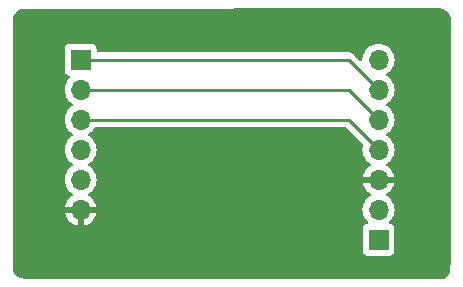
<source format=gbr>
%TF.GenerationSoftware,KiCad,Pcbnew,7.0.7*%
%TF.CreationDate,2024-04-13T21:05:36-07:00*%
%TF.ProjectId,SD-Breakout,53442d42-7265-4616-9b6f-75742e6b6963,rev?*%
%TF.SameCoordinates,Original*%
%TF.FileFunction,Copper,L1,Top*%
%TF.FilePolarity,Positive*%
%FSLAX46Y46*%
G04 Gerber Fmt 4.6, Leading zero omitted, Abs format (unit mm)*
G04 Created by KiCad (PCBNEW 7.0.7) date 2024-04-13 21:05:36*
%MOMM*%
%LPD*%
G01*
G04 APERTURE LIST*
%TA.AperFunction,ComponentPad*%
%ADD10R,1.700000X1.700000*%
%TD*%
%TA.AperFunction,ComponentPad*%
%ADD11O,1.700000X1.700000*%
%TD*%
%TA.AperFunction,Conductor*%
%ADD12C,0.250000*%
%TD*%
G04 APERTURE END LIST*
D10*
%TO.P,J2,1,Pin_1*%
%TO.N,/3.3V*%
X147574000Y-73660000D03*
D11*
%TO.P,J2,2,Pin_2*%
%TO.N,unconnected-(J2-Pin_2-Pad2)*%
X147574000Y-71120000D03*
%TO.P,J2,3,Pin_3*%
%TO.N,GND*%
X147574000Y-68580000D03*
%TO.P,J2,4,Pin_4*%
%TO.N,/CLK*%
X147574000Y-66040000D03*
%TO.P,J2,5,Pin_5*%
%TO.N,/MISO*%
X147574000Y-63500000D03*
%TO.P,J2,6,Pin_6*%
%TO.N,/MOSI*%
X147574000Y-60960000D03*
%TO.P,J2,7,Pin_7*%
%TO.N,/CS*%
X147574000Y-58420000D03*
%TD*%
D10*
%TO.P,J1,1,Pin_1*%
%TO.N,/MOSI*%
X122350000Y-58420000D03*
D11*
%TO.P,J1,2,Pin_2*%
%TO.N,/MISO*%
X122350000Y-60960000D03*
%TO.P,J1,3,Pin_3*%
%TO.N,/CLK*%
X122350000Y-63500000D03*
%TO.P,J1,4,Pin_4*%
%TO.N,/CS*%
X122350000Y-66040000D03*
%TO.P,J1,5,Pin_5*%
%TO.N,/3.3V*%
X122350000Y-68580000D03*
%TO.P,J1,6,Pin_6*%
%TO.N,GND*%
X122350000Y-71120000D03*
%TD*%
D12*
%TO.N,/MOSI*%
X122350000Y-58420000D02*
X145034000Y-58420000D01*
X145034000Y-58420000D02*
X147574000Y-60960000D01*
%TO.N,/MISO*%
X145034000Y-60960000D02*
X147574000Y-63500000D01*
X122350000Y-60960000D02*
X145034000Y-60960000D01*
%TO.N,/CLK*%
X122350000Y-63500000D02*
X145034000Y-63500000D01*
X145034000Y-63500000D02*
X147574000Y-66040000D01*
%TD*%
%TA.AperFunction,Conductor*%
%TO.N,GND*%
G36*
X152700302Y-54059158D02*
G01*
X152743055Y-54062897D01*
X152872306Y-54075626D01*
X152892229Y-54079250D01*
X152959813Y-54097358D01*
X153054962Y-54126220D01*
X153071367Y-54132497D01*
X153139817Y-54164415D01*
X153142834Y-54165923D01*
X153228395Y-54211655D01*
X153234714Y-54215537D01*
X153301881Y-54262568D01*
X153305635Y-54265415D01*
X153358751Y-54309006D01*
X153379233Y-54325815D01*
X153383733Y-54329893D01*
X153442104Y-54388264D01*
X153446183Y-54392765D01*
X153506573Y-54466350D01*
X153509435Y-54470123D01*
X153556456Y-54537276D01*
X153560348Y-54543612D01*
X153606079Y-54629171D01*
X153607591Y-54632196D01*
X153639500Y-54700627D01*
X153645779Y-54717036D01*
X153664661Y-54779282D01*
X153670000Y-54815277D01*
X153670000Y-75706511D01*
X153669607Y-75894290D01*
X153669500Y-75894651D01*
X153669500Y-75943601D01*
X153669315Y-75948389D01*
X153667013Y-75978119D01*
X153650575Y-76154877D01*
X153649181Y-76163391D01*
X153631227Y-76239447D01*
X153630502Y-76242229D01*
X153595078Y-76366262D01*
X153592890Y-76372605D01*
X153560568Y-76452052D01*
X153558592Y-76456417D01*
X153503487Y-76566628D01*
X153501180Y-76570828D01*
X153457021Y-76644342D01*
X153453261Y-76649898D01*
X153375274Y-76752677D01*
X153373483Y-76754926D01*
X153323430Y-76814900D01*
X153317456Y-76821123D01*
X153197990Y-76929383D01*
X153135096Y-76959814D01*
X153114724Y-76961499D01*
X117604705Y-76961499D01*
X117599303Y-76961263D01*
X117572473Y-76958916D01*
X117556484Y-76957517D01*
X117427282Y-76944791D01*
X117407344Y-76941163D01*
X117339758Y-76923054D01*
X117244624Y-76894196D01*
X117228215Y-76887917D01*
X117183632Y-76867128D01*
X117159751Y-76855992D01*
X117156737Y-76854485D01*
X117071196Y-76808762D01*
X117064862Y-76804871D01*
X116997707Y-76757849D01*
X116993942Y-76754992D01*
X116920346Y-76694593D01*
X116915845Y-76690514D01*
X116857483Y-76632152D01*
X116853405Y-76627652D01*
X116793002Y-76554051D01*
X116790156Y-76550300D01*
X116743122Y-76483128D01*
X116739242Y-76476812D01*
X116693498Y-76391232D01*
X116692021Y-76388278D01*
X116660079Y-76319778D01*
X116653806Y-76303384D01*
X116624945Y-76208241D01*
X116624662Y-76207185D01*
X116606834Y-76140649D01*
X116603208Y-76120724D01*
X116590482Y-75991516D01*
X116586733Y-75948670D01*
X116586500Y-75943317D01*
X116586500Y-68580000D01*
X120994341Y-68580000D01*
X121014936Y-68815403D01*
X121014938Y-68815413D01*
X121076094Y-69043655D01*
X121076096Y-69043659D01*
X121076097Y-69043663D01*
X121175847Y-69257578D01*
X121175965Y-69257830D01*
X121175967Y-69257834D01*
X121311501Y-69451395D01*
X121311506Y-69451402D01*
X121478597Y-69618493D01*
X121478603Y-69618498D01*
X121664594Y-69748730D01*
X121708219Y-69803307D01*
X121715413Y-69872805D01*
X121683890Y-69935160D01*
X121664595Y-69951880D01*
X121478922Y-70081890D01*
X121478920Y-70081891D01*
X121311891Y-70248920D01*
X121311886Y-70248926D01*
X121176400Y-70442420D01*
X121176399Y-70442422D01*
X121076570Y-70656507D01*
X121076567Y-70656513D01*
X121019364Y-70869999D01*
X121019364Y-70870000D01*
X121736653Y-70870000D01*
X121803692Y-70889685D01*
X121849447Y-70942489D01*
X121859391Y-71011647D01*
X121855631Y-71028933D01*
X121850000Y-71048111D01*
X121850000Y-71191888D01*
X121855631Y-71211067D01*
X121855630Y-71280936D01*
X121817855Y-71339714D01*
X121754299Y-71368738D01*
X121736653Y-71370000D01*
X121019364Y-71370000D01*
X121076567Y-71583486D01*
X121076570Y-71583492D01*
X121176399Y-71797578D01*
X121311894Y-71991082D01*
X121478917Y-72158105D01*
X121672421Y-72293600D01*
X121886507Y-72393429D01*
X121886516Y-72393433D01*
X122099998Y-72450635D01*
X122099998Y-71732300D01*
X122119682Y-71665261D01*
X122172486Y-71619506D01*
X122241642Y-71609562D01*
X122314237Y-71620000D01*
X122314240Y-71620000D01*
X122385762Y-71620000D01*
X122385763Y-71620000D01*
X122458353Y-71609563D01*
X122527512Y-71619507D01*
X122580315Y-71665262D01*
X122600000Y-71732301D01*
X122599999Y-72450633D01*
X122813483Y-72393433D01*
X122813492Y-72393429D01*
X123027578Y-72293600D01*
X123221082Y-72158105D01*
X123388105Y-71991082D01*
X123523600Y-71797578D01*
X123623429Y-71583492D01*
X123623432Y-71583486D01*
X123680636Y-71370000D01*
X122963347Y-71370000D01*
X122896308Y-71350315D01*
X122850553Y-71297511D01*
X122840609Y-71228353D01*
X122844369Y-71211067D01*
X122850000Y-71191888D01*
X122850000Y-71048111D01*
X122844369Y-71028933D01*
X122844370Y-70959064D01*
X122882145Y-70900286D01*
X122945701Y-70871262D01*
X122963347Y-70870000D01*
X123680636Y-70870000D01*
X123680635Y-70869999D01*
X123623432Y-70656513D01*
X123623429Y-70656507D01*
X123523600Y-70442422D01*
X123523599Y-70442420D01*
X123388113Y-70248926D01*
X123388108Y-70248920D01*
X123221078Y-70081890D01*
X123035405Y-69951879D01*
X122991780Y-69897302D01*
X122984588Y-69827804D01*
X123016110Y-69765449D01*
X123035406Y-69748730D01*
X123036279Y-69748119D01*
X123221401Y-69618495D01*
X123388495Y-69451401D01*
X123524035Y-69257830D01*
X123623903Y-69043663D01*
X123685063Y-68815408D01*
X123705659Y-68580000D01*
X123685063Y-68344592D01*
X123623903Y-68116337D01*
X123524035Y-67902171D01*
X123388495Y-67708599D01*
X123388494Y-67708597D01*
X123221402Y-67541506D01*
X123221396Y-67541501D01*
X123035842Y-67411575D01*
X122992217Y-67356998D01*
X122985023Y-67287500D01*
X123016546Y-67225145D01*
X123035842Y-67208425D01*
X123058026Y-67192891D01*
X123221401Y-67078495D01*
X123388495Y-66911401D01*
X123524035Y-66717830D01*
X123623903Y-66503663D01*
X123685063Y-66275408D01*
X123705659Y-66040000D01*
X123685063Y-65804592D01*
X123623903Y-65576337D01*
X123524035Y-65362171D01*
X123388495Y-65168599D01*
X123388494Y-65168597D01*
X123221402Y-65001506D01*
X123221396Y-65001501D01*
X123035842Y-64871575D01*
X122992217Y-64816998D01*
X122985023Y-64747500D01*
X123016546Y-64685145D01*
X123035842Y-64668425D01*
X123058026Y-64652891D01*
X123221401Y-64538495D01*
X123388495Y-64371401D01*
X123523651Y-64178377D01*
X123578229Y-64134752D01*
X123625227Y-64125500D01*
X144723548Y-64125500D01*
X144790587Y-64145185D01*
X144811229Y-64161819D01*
X146233762Y-65584352D01*
X146267247Y-65645675D01*
X146265856Y-65704126D01*
X146238938Y-65804586D01*
X146238936Y-65804596D01*
X146218341Y-66039999D01*
X146218341Y-66040000D01*
X146238936Y-66275403D01*
X146238938Y-66275413D01*
X146300094Y-66503655D01*
X146300096Y-66503659D01*
X146300097Y-66503663D01*
X146399964Y-66717829D01*
X146399965Y-66717830D01*
X146399967Y-66717834D01*
X146535501Y-66911395D01*
X146535506Y-66911402D01*
X146702597Y-67078493D01*
X146702603Y-67078498D01*
X146888594Y-67208730D01*
X146932219Y-67263307D01*
X146939413Y-67332805D01*
X146907890Y-67395160D01*
X146888595Y-67411880D01*
X146702922Y-67541890D01*
X146702920Y-67541891D01*
X146535891Y-67708920D01*
X146535886Y-67708926D01*
X146400400Y-67902420D01*
X146400399Y-67902422D01*
X146300570Y-68116507D01*
X146300567Y-68116513D01*
X146243364Y-68329999D01*
X146243364Y-68330000D01*
X146960653Y-68330000D01*
X147027692Y-68349685D01*
X147073447Y-68402489D01*
X147083391Y-68471647D01*
X147079631Y-68488933D01*
X147074000Y-68508111D01*
X147074000Y-68651888D01*
X147079631Y-68671067D01*
X147079630Y-68740936D01*
X147041855Y-68799714D01*
X146978299Y-68828738D01*
X146960653Y-68830000D01*
X146243364Y-68830000D01*
X146300567Y-69043486D01*
X146300570Y-69043492D01*
X146400399Y-69257578D01*
X146535894Y-69451082D01*
X146702917Y-69618105D01*
X146888595Y-69748119D01*
X146932219Y-69802696D01*
X146939412Y-69872195D01*
X146907890Y-69934549D01*
X146888595Y-69951269D01*
X146702594Y-70081508D01*
X146535505Y-70248597D01*
X146399965Y-70442169D01*
X146399964Y-70442171D01*
X146300098Y-70656335D01*
X146300094Y-70656344D01*
X146238938Y-70884586D01*
X146238936Y-70884596D01*
X146218341Y-71119999D01*
X146218341Y-71120000D01*
X146238936Y-71355403D01*
X146238938Y-71355413D01*
X146300094Y-71583655D01*
X146300096Y-71583659D01*
X146300097Y-71583663D01*
X146369408Y-71732300D01*
X146399965Y-71797830D01*
X146399967Y-71797834D01*
X146508281Y-71952521D01*
X146535501Y-71991396D01*
X146535506Y-71991402D01*
X146657430Y-72113326D01*
X146690915Y-72174649D01*
X146685931Y-72244341D01*
X146644059Y-72300274D01*
X146613083Y-72317189D01*
X146481669Y-72366203D01*
X146481664Y-72366206D01*
X146366455Y-72452452D01*
X146366452Y-72452455D01*
X146280206Y-72567664D01*
X146280202Y-72567671D01*
X146229908Y-72702517D01*
X146223501Y-72762116D01*
X146223501Y-72762123D01*
X146223500Y-72762135D01*
X146223500Y-74557870D01*
X146223501Y-74557876D01*
X146229908Y-74617483D01*
X146280202Y-74752328D01*
X146280206Y-74752335D01*
X146366452Y-74867544D01*
X146366455Y-74867547D01*
X146481664Y-74953793D01*
X146481671Y-74953797D01*
X146616517Y-75004091D01*
X146616516Y-75004091D01*
X146623444Y-75004835D01*
X146676127Y-75010500D01*
X148471872Y-75010499D01*
X148531483Y-75004091D01*
X148666331Y-74953796D01*
X148781546Y-74867546D01*
X148867796Y-74752331D01*
X148918091Y-74617483D01*
X148924500Y-74557873D01*
X148924499Y-72762128D01*
X148918091Y-72702517D01*
X148867796Y-72567669D01*
X148867795Y-72567668D01*
X148867793Y-72567664D01*
X148781547Y-72452455D01*
X148781544Y-72452452D01*
X148666335Y-72366206D01*
X148666328Y-72366202D01*
X148534917Y-72317189D01*
X148478983Y-72275318D01*
X148454566Y-72209853D01*
X148469418Y-72141580D01*
X148490563Y-72113332D01*
X148612495Y-71991401D01*
X148748035Y-71797830D01*
X148847903Y-71583663D01*
X148909063Y-71355408D01*
X148929659Y-71120000D01*
X148909063Y-70884592D01*
X148847903Y-70656337D01*
X148748035Y-70442171D01*
X148612495Y-70248599D01*
X148612494Y-70248597D01*
X148445402Y-70081506D01*
X148445401Y-70081505D01*
X148277844Y-69964180D01*
X148259405Y-69951269D01*
X148215781Y-69896692D01*
X148208588Y-69827193D01*
X148240110Y-69764839D01*
X148259405Y-69748119D01*
X148445082Y-69618105D01*
X148612105Y-69451082D01*
X148747600Y-69257578D01*
X148847429Y-69043492D01*
X148847432Y-69043486D01*
X148904636Y-68830000D01*
X148187347Y-68830000D01*
X148120308Y-68810315D01*
X148074553Y-68757511D01*
X148064609Y-68688353D01*
X148068369Y-68671067D01*
X148074000Y-68651888D01*
X148074000Y-68508111D01*
X148068369Y-68488933D01*
X148068370Y-68419064D01*
X148106145Y-68360286D01*
X148169701Y-68331262D01*
X148187347Y-68330000D01*
X148904636Y-68330000D01*
X148904635Y-68329999D01*
X148847432Y-68116513D01*
X148847429Y-68116507D01*
X148747600Y-67902422D01*
X148747599Y-67902420D01*
X148612113Y-67708926D01*
X148612108Y-67708920D01*
X148445078Y-67541890D01*
X148259405Y-67411879D01*
X148215780Y-67357302D01*
X148208588Y-67287804D01*
X148240110Y-67225449D01*
X148259406Y-67208730D01*
X148259842Y-67208425D01*
X148445401Y-67078495D01*
X148612495Y-66911401D01*
X148748035Y-66717830D01*
X148847903Y-66503663D01*
X148909063Y-66275408D01*
X148929659Y-66040000D01*
X148909063Y-65804592D01*
X148847903Y-65576337D01*
X148748035Y-65362171D01*
X148612495Y-65168599D01*
X148612494Y-65168597D01*
X148445402Y-65001506D01*
X148445396Y-65001501D01*
X148259842Y-64871575D01*
X148216217Y-64816998D01*
X148209023Y-64747500D01*
X148240546Y-64685145D01*
X148259842Y-64668425D01*
X148282026Y-64652891D01*
X148445401Y-64538495D01*
X148612495Y-64371401D01*
X148748035Y-64177830D01*
X148847903Y-63963663D01*
X148909063Y-63735408D01*
X148929659Y-63500000D01*
X148909063Y-63264592D01*
X148847903Y-63036337D01*
X148748035Y-62822171D01*
X148747652Y-62821623D01*
X148612494Y-62628597D01*
X148445402Y-62461506D01*
X148445401Y-62461505D01*
X148259842Y-62331575D01*
X148259841Y-62331574D01*
X148216216Y-62276997D01*
X148209024Y-62207498D01*
X148240546Y-62145144D01*
X148259836Y-62128428D01*
X148445401Y-61998495D01*
X148612495Y-61831401D01*
X148748035Y-61637830D01*
X148847903Y-61423663D01*
X148909063Y-61195408D01*
X148929659Y-60960000D01*
X148909063Y-60724592D01*
X148847903Y-60496337D01*
X148748035Y-60282171D01*
X148747652Y-60281623D01*
X148612494Y-60088597D01*
X148445402Y-59921506D01*
X148445396Y-59921501D01*
X148259842Y-59791575D01*
X148216217Y-59736998D01*
X148209023Y-59667500D01*
X148240546Y-59605145D01*
X148259842Y-59588425D01*
X148282026Y-59572891D01*
X148445401Y-59458495D01*
X148612495Y-59291401D01*
X148748035Y-59097830D01*
X148847903Y-58883663D01*
X148909063Y-58655408D01*
X148929659Y-58420000D01*
X148909063Y-58184592D01*
X148847903Y-57956337D01*
X148748035Y-57742171D01*
X148612495Y-57548599D01*
X148612494Y-57548597D01*
X148445402Y-57381506D01*
X148445395Y-57381501D01*
X148251834Y-57245967D01*
X148251830Y-57245965D01*
X148251830Y-57245964D01*
X148037663Y-57146097D01*
X148037659Y-57146096D01*
X148037655Y-57146094D01*
X147809413Y-57084938D01*
X147809403Y-57084936D01*
X147574001Y-57064341D01*
X147573999Y-57064341D01*
X147338596Y-57084936D01*
X147338586Y-57084938D01*
X147110344Y-57146094D01*
X147110335Y-57146098D01*
X146896171Y-57245964D01*
X146896169Y-57245965D01*
X146702597Y-57381505D01*
X146535505Y-57548597D01*
X146399965Y-57742169D01*
X146399964Y-57742171D01*
X146300098Y-57956335D01*
X146300094Y-57956344D01*
X146238938Y-58184586D01*
X146238936Y-58184596D01*
X146218341Y-58419999D01*
X146218341Y-58420388D01*
X146218292Y-58420553D01*
X146217869Y-58425394D01*
X146216896Y-58425308D01*
X146198656Y-58487427D01*
X146145852Y-58533182D01*
X146076694Y-58543126D01*
X146013138Y-58514101D01*
X146006660Y-58508069D01*
X145534803Y-58036212D01*
X145524980Y-58023950D01*
X145524759Y-58024134D01*
X145519786Y-58018123D01*
X145469364Y-57970773D01*
X145454926Y-57956335D01*
X145448475Y-57949883D01*
X145442986Y-57945625D01*
X145438561Y-57941847D01*
X145404582Y-57909938D01*
X145404580Y-57909936D01*
X145404577Y-57909935D01*
X145387029Y-57900288D01*
X145370763Y-57889604D01*
X145354933Y-57877325D01*
X145312168Y-57858818D01*
X145306922Y-57856248D01*
X145266093Y-57833803D01*
X145266092Y-57833802D01*
X145246693Y-57828822D01*
X145228281Y-57822518D01*
X145209898Y-57814562D01*
X145209892Y-57814560D01*
X145163874Y-57807272D01*
X145158152Y-57806087D01*
X145113021Y-57794500D01*
X145113019Y-57794500D01*
X145092984Y-57794500D01*
X145073586Y-57792973D01*
X145066162Y-57791797D01*
X145053805Y-57789840D01*
X145053804Y-57789840D01*
X145007416Y-57794225D01*
X145001578Y-57794500D01*
X123824499Y-57794500D01*
X123757460Y-57774815D01*
X123711705Y-57722011D01*
X123700499Y-57670500D01*
X123700499Y-57522129D01*
X123700498Y-57522123D01*
X123700497Y-57522116D01*
X123694091Y-57462517D01*
X123643796Y-57327669D01*
X123643795Y-57327668D01*
X123643793Y-57327664D01*
X123557547Y-57212455D01*
X123557544Y-57212452D01*
X123442335Y-57126206D01*
X123442328Y-57126202D01*
X123307482Y-57075908D01*
X123307483Y-57075908D01*
X123247883Y-57069501D01*
X123247881Y-57069500D01*
X123247873Y-57069500D01*
X123247864Y-57069500D01*
X121452129Y-57069500D01*
X121452123Y-57069501D01*
X121392516Y-57075908D01*
X121257671Y-57126202D01*
X121257664Y-57126206D01*
X121142455Y-57212452D01*
X121142452Y-57212455D01*
X121056206Y-57327664D01*
X121056202Y-57327671D01*
X121005908Y-57462517D01*
X120999501Y-57522116D01*
X120999501Y-57522123D01*
X120999500Y-57522135D01*
X120999500Y-59317870D01*
X120999501Y-59317876D01*
X121005908Y-59377483D01*
X121056202Y-59512328D01*
X121056206Y-59512335D01*
X121142452Y-59627544D01*
X121142455Y-59627547D01*
X121257664Y-59713793D01*
X121257671Y-59713797D01*
X121389081Y-59762810D01*
X121445015Y-59804681D01*
X121469432Y-59870145D01*
X121454580Y-59938418D01*
X121433430Y-59966673D01*
X121311503Y-60088600D01*
X121175965Y-60282169D01*
X121175964Y-60282171D01*
X121076098Y-60496335D01*
X121076094Y-60496344D01*
X121014938Y-60724586D01*
X121014936Y-60724596D01*
X120994341Y-60959999D01*
X120994341Y-60960000D01*
X121014936Y-61195403D01*
X121014938Y-61195413D01*
X121076094Y-61423655D01*
X121076096Y-61423659D01*
X121076097Y-61423663D01*
X121151563Y-61585500D01*
X121175965Y-61637830D01*
X121175967Y-61637834D01*
X121284281Y-61792521D01*
X121311501Y-61831396D01*
X121311506Y-61831402D01*
X121478597Y-61998493D01*
X121478603Y-61998498D01*
X121664158Y-62128425D01*
X121707783Y-62183002D01*
X121714977Y-62252500D01*
X121683454Y-62314855D01*
X121664158Y-62331575D01*
X121478597Y-62461505D01*
X121311505Y-62628597D01*
X121175965Y-62822169D01*
X121175964Y-62822171D01*
X121076098Y-63036335D01*
X121076094Y-63036344D01*
X121014938Y-63264586D01*
X121014936Y-63264596D01*
X120994341Y-63499999D01*
X120994341Y-63500000D01*
X121014936Y-63735403D01*
X121014938Y-63735413D01*
X121076094Y-63963655D01*
X121076096Y-63963659D01*
X121076097Y-63963663D01*
X121151563Y-64125500D01*
X121175965Y-64177830D01*
X121175967Y-64177834D01*
X121284281Y-64332521D01*
X121311501Y-64371396D01*
X121311506Y-64371402D01*
X121478597Y-64538493D01*
X121478603Y-64538498D01*
X121664158Y-64668425D01*
X121707783Y-64723002D01*
X121714977Y-64792500D01*
X121683454Y-64854855D01*
X121664158Y-64871575D01*
X121478597Y-65001505D01*
X121311505Y-65168597D01*
X121175965Y-65362169D01*
X121175964Y-65362171D01*
X121076098Y-65576335D01*
X121076094Y-65576344D01*
X121014938Y-65804586D01*
X121014936Y-65804596D01*
X120994341Y-66039999D01*
X120994341Y-66040000D01*
X121014936Y-66275403D01*
X121014938Y-66275413D01*
X121076094Y-66503655D01*
X121076096Y-66503659D01*
X121076097Y-66503663D01*
X121175964Y-66717829D01*
X121175965Y-66717830D01*
X121175967Y-66717834D01*
X121311501Y-66911395D01*
X121311506Y-66911402D01*
X121478597Y-67078493D01*
X121478603Y-67078498D01*
X121664158Y-67208425D01*
X121707783Y-67263002D01*
X121714977Y-67332500D01*
X121683454Y-67394855D01*
X121664158Y-67411575D01*
X121478597Y-67541505D01*
X121311505Y-67708597D01*
X121175965Y-67902169D01*
X121175964Y-67902171D01*
X121076098Y-68116335D01*
X121076094Y-68116344D01*
X121014938Y-68344586D01*
X121014936Y-68344596D01*
X120994341Y-68579999D01*
X120994341Y-68580000D01*
X116586500Y-68580000D01*
X116586500Y-55120680D01*
X116586733Y-55115329D01*
X116590477Y-55072535D01*
X116603208Y-54943273D01*
X116606832Y-54923356D01*
X116624947Y-54855750D01*
X116653809Y-54760605D01*
X116660074Y-54744230D01*
X116692035Y-54675691D01*
X116693482Y-54672796D01*
X116739250Y-54587171D01*
X116743112Y-54580885D01*
X116790174Y-54513673D01*
X116792982Y-54509972D01*
X116853424Y-54436324D01*
X116857463Y-54431867D01*
X116915867Y-54373463D01*
X116920324Y-54369424D01*
X116993972Y-54308982D01*
X116997673Y-54306174D01*
X117064885Y-54259112D01*
X117071171Y-54255250D01*
X117156796Y-54209482D01*
X117159691Y-54208035D01*
X117228230Y-54176074D01*
X117244605Y-54169809D01*
X117339725Y-54140953D01*
X117407356Y-54122832D01*
X117427271Y-54119209D01*
X117556494Y-54106481D01*
X117599306Y-54102735D01*
X117604705Y-54102500D01*
X117653192Y-54102500D01*
X117653768Y-54102435D01*
X152694850Y-54058923D01*
X152700302Y-54059158D01*
G37*
%TD.AperFunction*%
%TD*%
M02*

</source>
